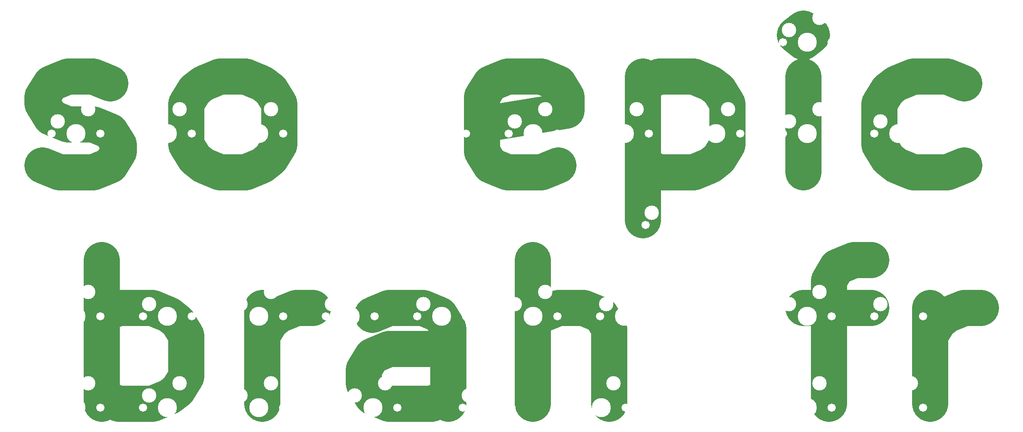
<source format=gto>
G04 #@! TF.GenerationSoftware,KiCad,Pcbnew,8.0.6*
G04 #@! TF.CreationDate,2024-11-15T12:23:49-07:00*
G04 #@! TF.ProjectId,kicadNEWXboard,6b696361-644e-4455-9758-626f6172642e,rev?*
G04 #@! TF.SameCoordinates,Original*
G04 #@! TF.FileFunction,Legend,Top*
G04 #@! TF.FilePolarity,Positive*
%FSLAX46Y46*%
G04 Gerber Fmt 4.6, Leading zero omitted, Abs format (unit mm)*
G04 Created by KiCad (PCBNEW 8.0.6) date 2024-11-15 12:23:49*
%MOMM*%
%LPD*%
G01*
G04 APERTURE LIST*
%ADD10C,7.500000*%
%ADD11C,1.701800*%
%ADD12C,3.000000*%
%ADD13C,3.987800*%
%ADD14O,1.700000X2.700000*%
G04 APERTURE END LIST*
D10*
X37470552Y-61410840D02*
X40994361Y-62839411D01*
X40994361Y-62839411D02*
X48041980Y-62839411D01*
X48041980Y-62839411D02*
X51565790Y-61410840D01*
X51565790Y-61410840D02*
X53327694Y-58553697D01*
X53327694Y-58553697D02*
X53327694Y-57125125D01*
X53327694Y-57125125D02*
X51565790Y-54267982D01*
X51565790Y-54267982D02*
X48041980Y-52839411D01*
X48041980Y-52839411D02*
X42756266Y-52839411D01*
X42756266Y-52839411D02*
X39232456Y-51410840D01*
X39232456Y-51410840D02*
X37470552Y-48553697D01*
X37470552Y-48553697D02*
X37470552Y-47125125D01*
X37470552Y-47125125D02*
X39232456Y-44267982D01*
X39232456Y-44267982D02*
X42756266Y-42839411D01*
X42756266Y-42839411D02*
X48041980Y-42839411D01*
X48041980Y-42839411D02*
X51565790Y-44267982D01*
X74470552Y-62839411D02*
X70946742Y-61410840D01*
X70946742Y-61410840D02*
X69184837Y-59982268D01*
X69184837Y-59982268D02*
X67422933Y-57125125D01*
X67422933Y-57125125D02*
X67422933Y-48553697D01*
X67422933Y-48553697D02*
X69184837Y-45696554D01*
X69184837Y-45696554D02*
X70946742Y-44267982D01*
X70946742Y-44267982D02*
X74470552Y-42839411D01*
X74470552Y-42839411D02*
X79756266Y-42839411D01*
X79756266Y-42839411D02*
X83280075Y-44267982D01*
X83280075Y-44267982D02*
X85041980Y-45696554D01*
X85041980Y-45696554D02*
X86803885Y-48553697D01*
X86803885Y-48553697D02*
X86803885Y-57125125D01*
X86803885Y-57125125D02*
X85041980Y-59982268D01*
X85041980Y-59982268D02*
X83280075Y-61410840D01*
X83280075Y-61410840D02*
X79756266Y-62839411D01*
X79756266Y-62839411D02*
X74470552Y-62839411D01*
X144946741Y-61410840D02*
X141422932Y-62839411D01*
X141422932Y-62839411D02*
X134375313Y-62839411D01*
X134375313Y-62839411D02*
X130851503Y-61410840D01*
X130851503Y-61410840D02*
X129089599Y-58553697D01*
X129089599Y-58553697D02*
X129089599Y-47125125D01*
X129089599Y-47125125D02*
X130851503Y-44267982D01*
X130851503Y-44267982D02*
X134375313Y-42839411D01*
X134375313Y-42839411D02*
X141422932Y-42839411D01*
X141422932Y-42839411D02*
X144946741Y-44267982D01*
X144946741Y-44267982D02*
X146708646Y-47125125D01*
X146708646Y-47125125D02*
X146708646Y-49982268D01*
X146708646Y-49982268D02*
X129089599Y-52839411D01*
X162565789Y-42839411D02*
X162565789Y-72839411D01*
X162565789Y-44267982D02*
X166089599Y-42839411D01*
X166089599Y-42839411D02*
X173137218Y-42839411D01*
X173137218Y-42839411D02*
X176661027Y-44267982D01*
X176661027Y-44267982D02*
X178422932Y-45696554D01*
X178422932Y-45696554D02*
X180184837Y-48553697D01*
X180184837Y-48553697D02*
X180184837Y-57125125D01*
X180184837Y-57125125D02*
X178422932Y-59982268D01*
X178422932Y-59982268D02*
X176661027Y-61410840D01*
X176661027Y-61410840D02*
X173137218Y-62839411D01*
X173137218Y-62839411D02*
X166089599Y-62839411D01*
X166089599Y-62839411D02*
X162565789Y-61410840D01*
X196041979Y-62839411D02*
X196041979Y-42839411D01*
X196041979Y-32839411D02*
X194280075Y-34267982D01*
X194280075Y-34267982D02*
X196041979Y-35696554D01*
X196041979Y-35696554D02*
X197803884Y-34267982D01*
X197803884Y-34267982D02*
X196041979Y-32839411D01*
X196041979Y-32839411D02*
X196041979Y-35696554D01*
X229518170Y-61410840D02*
X225994361Y-62839411D01*
X225994361Y-62839411D02*
X218946742Y-62839411D01*
X218946742Y-62839411D02*
X215422932Y-61410840D01*
X215422932Y-61410840D02*
X213661027Y-59982268D01*
X213661027Y-59982268D02*
X211899123Y-57125125D01*
X211899123Y-57125125D02*
X211899123Y-48553697D01*
X211899123Y-48553697D02*
X213661027Y-45696554D01*
X213661027Y-45696554D02*
X215422932Y-44267982D01*
X215422932Y-44267982D02*
X218946742Y-42839411D01*
X218946742Y-42839411D02*
X225994361Y-42839411D01*
X225994361Y-42839411D02*
X229518170Y-44267982D01*
X49803886Y-111137731D02*
X49803886Y-81137731D01*
X49803886Y-92566302D02*
X53327696Y-91137731D01*
X53327696Y-91137731D02*
X60375315Y-91137731D01*
X60375315Y-91137731D02*
X63899124Y-92566302D01*
X63899124Y-92566302D02*
X65661029Y-93994874D01*
X65661029Y-93994874D02*
X67422934Y-96852017D01*
X67422934Y-96852017D02*
X67422934Y-105423445D01*
X67422934Y-105423445D02*
X65661029Y-108280588D01*
X65661029Y-108280588D02*
X63899124Y-109709160D01*
X63899124Y-109709160D02*
X60375315Y-111137731D01*
X60375315Y-111137731D02*
X53327696Y-111137731D01*
X53327696Y-111137731D02*
X49803886Y-109709160D01*
X83280076Y-111137731D02*
X83280076Y-91137731D01*
X83280076Y-96852017D02*
X85041981Y-93994874D01*
X85041981Y-93994874D02*
X86803886Y-92566302D01*
X86803886Y-92566302D02*
X90327695Y-91137731D01*
X90327695Y-91137731D02*
X93851505Y-91137731D01*
X122041981Y-111137731D02*
X122041981Y-95423445D01*
X122041981Y-95423445D02*
X120280076Y-92566302D01*
X120280076Y-92566302D02*
X116756267Y-91137731D01*
X116756267Y-91137731D02*
X109708648Y-91137731D01*
X109708648Y-91137731D02*
X106184838Y-92566302D01*
X122041981Y-109709160D02*
X118518172Y-111137731D01*
X118518172Y-111137731D02*
X109708648Y-111137731D01*
X109708648Y-111137731D02*
X106184838Y-109709160D01*
X106184838Y-109709160D02*
X104422934Y-106852017D01*
X104422934Y-106852017D02*
X104422934Y-103994874D01*
X104422934Y-103994874D02*
X106184838Y-101137731D01*
X106184838Y-101137731D02*
X109708648Y-99709160D01*
X109708648Y-99709160D02*
X118518172Y-99709160D01*
X118518172Y-99709160D02*
X122041981Y-98280588D01*
X139661028Y-111137731D02*
X139661028Y-81137731D01*
X155518171Y-111137731D02*
X155518171Y-95423445D01*
X155518171Y-95423445D02*
X153756266Y-92566302D01*
X153756266Y-92566302D02*
X150232457Y-91137731D01*
X150232457Y-91137731D02*
X144946743Y-91137731D01*
X144946743Y-91137731D02*
X141422933Y-92566302D01*
X141422933Y-92566302D02*
X139661028Y-93994874D01*
X196041980Y-91137731D02*
X210137218Y-91137731D01*
X201327694Y-111137731D02*
X201327694Y-85423445D01*
X201327694Y-85423445D02*
X203089599Y-82566302D01*
X203089599Y-82566302D02*
X206613409Y-81137731D01*
X206613409Y-81137731D02*
X210137218Y-81137731D01*
X222470551Y-111137731D02*
X222470551Y-91137731D01*
X222470551Y-96852017D02*
X224232456Y-93994874D01*
X224232456Y-93994874D02*
X225994361Y-92566302D01*
X225994361Y-92566302D02*
X229518170Y-91137731D01*
X229518170Y-91137731D02*
X233041980Y-91137731D01*
%LPC*%
D11*
X148907500Y-111918750D03*
D12*
X150177500Y-109378750D03*
D13*
X153987500Y-111918750D03*
D12*
X156527500Y-106838750D03*
D11*
X159067500Y-111918750D03*
X101282500Y-111918750D03*
D12*
X102552500Y-109378750D03*
D13*
X106362500Y-111918750D03*
D12*
X108902500Y-106838750D03*
D11*
X111442500Y-111918750D03*
X210820000Y-92868750D03*
D12*
X212090000Y-90328750D03*
D13*
X215900000Y-92868750D03*
D12*
X218440000Y-87788750D03*
D11*
X220980000Y-92868750D03*
X39370000Y-35718750D03*
D12*
X40640000Y-33178750D03*
D13*
X44450000Y-35718750D03*
D12*
X46990000Y-30638750D03*
D11*
X49530000Y-35718750D03*
X210820000Y-54768750D03*
D12*
X212090000Y-52228750D03*
D13*
X215900000Y-54768750D03*
D12*
X218440000Y-49688750D03*
D11*
X220980000Y-54768750D03*
X210820000Y-35718750D03*
D12*
X212090000Y-33178750D03*
D13*
X215900000Y-35718750D03*
D12*
X218440000Y-30638750D03*
D11*
X220980000Y-35718750D03*
X210820000Y-111918750D03*
D12*
X212090000Y-109378750D03*
D13*
X215900000Y-111918750D03*
D12*
X218440000Y-106838750D03*
D11*
X220980000Y-111918750D03*
X191770000Y-92868750D03*
D12*
X193040000Y-90328750D03*
D13*
X196850000Y-92868750D03*
D12*
X199390000Y-87788750D03*
D11*
X201930000Y-92868750D03*
X201295000Y-73818750D03*
D12*
X202565000Y-71278750D03*
D13*
X206375000Y-73818750D03*
D12*
X208915000Y-68738750D03*
D11*
X211455000Y-73818750D03*
X191770000Y-54768750D03*
D12*
X193040000Y-52228750D03*
D13*
X196850000Y-54768750D03*
D12*
X199390000Y-49688750D03*
D11*
X201930000Y-54768750D03*
X191770000Y-35718750D03*
D12*
X193040000Y-33178750D03*
D13*
X196850000Y-35718750D03*
D12*
X199390000Y-30638750D03*
D11*
X201930000Y-35718750D03*
X191770000Y-111918750D03*
D12*
X193040000Y-109378750D03*
D13*
X196850000Y-111918750D03*
D12*
X199390000Y-106838750D03*
D11*
X201930000Y-111918750D03*
X172720000Y-92868750D03*
D12*
X173990000Y-90328750D03*
D13*
X177800000Y-92868750D03*
D12*
X180340000Y-87788750D03*
D11*
X182880000Y-92868750D03*
X182245000Y-73818750D03*
D12*
X183515000Y-71278750D03*
D13*
X187325000Y-73818750D03*
D12*
X189865000Y-68738750D03*
D11*
X192405000Y-73818750D03*
X172720000Y-54768750D03*
D12*
X173990000Y-52228750D03*
D13*
X177800000Y-54768750D03*
D12*
X180340000Y-49688750D03*
D11*
X182880000Y-54768750D03*
X172720000Y-35718750D03*
D12*
X173990000Y-33178750D03*
D13*
X177800000Y-35718750D03*
D12*
X180340000Y-30638750D03*
D11*
X182880000Y-35718750D03*
X172720000Y-111918750D03*
D12*
X173990000Y-109378750D03*
D13*
X177800000Y-111918750D03*
D12*
X180340000Y-106838750D03*
D11*
X182880000Y-111918750D03*
X153670000Y-92868750D03*
D12*
X154940000Y-90328750D03*
D13*
X158750000Y-92868750D03*
D12*
X161290000Y-87788750D03*
D11*
X163830000Y-92868750D03*
X163195000Y-73818750D03*
D12*
X164465000Y-71278750D03*
D13*
X168275000Y-73818750D03*
D12*
X170815000Y-68738750D03*
D11*
X173355000Y-73818750D03*
X153670000Y-54768750D03*
D12*
X154940000Y-52228750D03*
D13*
X158750000Y-54768750D03*
D12*
X161290000Y-49688750D03*
D11*
X163830000Y-54768750D03*
X153670000Y-35718750D03*
D12*
X154940000Y-33178750D03*
D13*
X158750000Y-35718750D03*
D12*
X161290000Y-30638750D03*
D11*
X163830000Y-35718750D03*
X134620000Y-92868750D03*
D12*
X135890000Y-90328750D03*
D13*
X139700000Y-92868750D03*
D12*
X142240000Y-87788750D03*
D11*
X144780000Y-92868750D03*
X144145000Y-73818750D03*
D12*
X145415000Y-71278750D03*
D13*
X149225000Y-73818750D03*
D12*
X151765000Y-68738750D03*
D11*
X154305000Y-73818750D03*
X134620000Y-54768750D03*
D12*
X135890000Y-52228750D03*
D13*
X139700000Y-54768750D03*
D12*
X142240000Y-49688750D03*
D11*
X144780000Y-54768750D03*
X134620000Y-35718750D03*
D12*
X135890000Y-33178750D03*
D13*
X139700000Y-35718750D03*
D12*
X142240000Y-30638750D03*
D11*
X144780000Y-35718750D03*
X125095000Y-111918750D03*
D12*
X126365000Y-109378750D03*
D13*
X130175000Y-111918750D03*
D12*
X132715000Y-106838750D03*
D11*
X135255000Y-111918750D03*
X115570000Y-92868750D03*
D12*
X116840000Y-90328750D03*
D13*
X120650000Y-92868750D03*
D12*
X123190000Y-87788750D03*
D11*
X125730000Y-92868750D03*
X125095000Y-73818750D03*
D12*
X126365000Y-71278750D03*
D13*
X130175000Y-73818750D03*
D12*
X132715000Y-68738750D03*
D11*
X135255000Y-73818750D03*
X115570000Y-54768750D03*
D12*
X116840000Y-52228750D03*
D13*
X120650000Y-54768750D03*
D12*
X123190000Y-49688750D03*
D11*
X125730000Y-54768750D03*
X115570000Y-35718750D03*
D12*
X116840000Y-33178750D03*
D13*
X120650000Y-35718750D03*
D12*
X123190000Y-30638750D03*
D11*
X125730000Y-35718750D03*
X96520000Y-92868750D03*
D12*
X97790000Y-90328750D03*
D13*
X101600000Y-92868750D03*
D12*
X104140000Y-87788750D03*
D11*
X106680000Y-92868750D03*
X106045000Y-73818750D03*
D12*
X107315000Y-71278750D03*
D13*
X111125000Y-73818750D03*
D12*
X113665000Y-68738750D03*
D11*
X116205000Y-73818750D03*
X96520000Y-54768750D03*
D12*
X97790000Y-52228750D03*
D13*
X101600000Y-54768750D03*
D12*
X104140000Y-49688750D03*
D11*
X106680000Y-54768750D03*
X96520000Y-35718750D03*
D12*
X97790000Y-33178750D03*
D13*
X101600000Y-35718750D03*
D12*
X104140000Y-30638750D03*
D11*
X106680000Y-35718750D03*
X77470000Y-111918750D03*
D12*
X78740000Y-109378750D03*
D13*
X82550000Y-111918750D03*
D12*
X85090000Y-106838750D03*
D11*
X87630000Y-111918750D03*
X77470000Y-92868750D03*
D12*
X78740000Y-90328750D03*
D13*
X82550000Y-92868750D03*
D12*
X85090000Y-87788750D03*
D11*
X87630000Y-92868750D03*
X86995000Y-73818750D03*
D12*
X88265000Y-71278750D03*
D13*
X92075000Y-73818750D03*
D12*
X94615000Y-68738750D03*
D11*
X97155000Y-73818750D03*
X77470000Y-54768750D03*
D12*
X78740000Y-52228750D03*
D13*
X82550000Y-54768750D03*
D12*
X85090000Y-49688750D03*
D11*
X87630000Y-54768750D03*
X77470000Y-35718750D03*
D12*
X78740000Y-33178750D03*
D13*
X82550000Y-35718750D03*
D12*
X85090000Y-30638750D03*
D11*
X87630000Y-35718750D03*
X58420000Y-111918750D03*
D12*
X59690000Y-109378750D03*
D13*
X63500000Y-111918750D03*
D12*
X66040000Y-106838750D03*
D11*
X68580000Y-111918750D03*
X58420000Y-92868750D03*
D12*
X59690000Y-90328750D03*
D13*
X63500000Y-92868750D03*
D12*
X66040000Y-87788750D03*
D11*
X68580000Y-92868750D03*
X67945000Y-73818750D03*
D12*
X69215000Y-71278750D03*
D13*
X73025000Y-73818750D03*
D12*
X75565000Y-68738750D03*
D11*
X78105000Y-73818750D03*
X39370000Y-111918750D03*
D12*
X40640000Y-109378750D03*
D13*
X44450000Y-111918750D03*
D12*
X46990000Y-106838750D03*
D11*
X49530000Y-111918750D03*
X39370000Y-92868750D03*
D12*
X40640000Y-90328750D03*
D13*
X44450000Y-92868750D03*
D12*
X46990000Y-87788750D03*
D11*
X49530000Y-92868750D03*
X48895000Y-73818750D03*
D12*
X50165000Y-71278750D03*
D13*
X53975000Y-73818750D03*
D12*
X56515000Y-68738750D03*
D11*
X59055000Y-73818750D03*
X58420000Y-54768750D03*
D12*
X59690000Y-52228750D03*
D13*
X63500000Y-54768750D03*
D12*
X66040000Y-49688750D03*
D11*
X68580000Y-54768750D03*
X58420000Y-35718750D03*
D12*
X59690000Y-33178750D03*
D13*
X63500000Y-35718750D03*
D12*
X66040000Y-30638750D03*
D11*
X68580000Y-35718750D03*
X39370000Y-54768750D03*
D12*
X40640000Y-52228750D03*
D13*
X44450000Y-54768750D03*
D12*
X46990000Y-49688750D03*
D11*
X49530000Y-54768750D03*
D14*
X228252000Y-32440000D03*
X235552000Y-32440000D03*
X235552000Y-27940000D03*
X228252000Y-27940000D03*
%LPD*%
M02*

</source>
